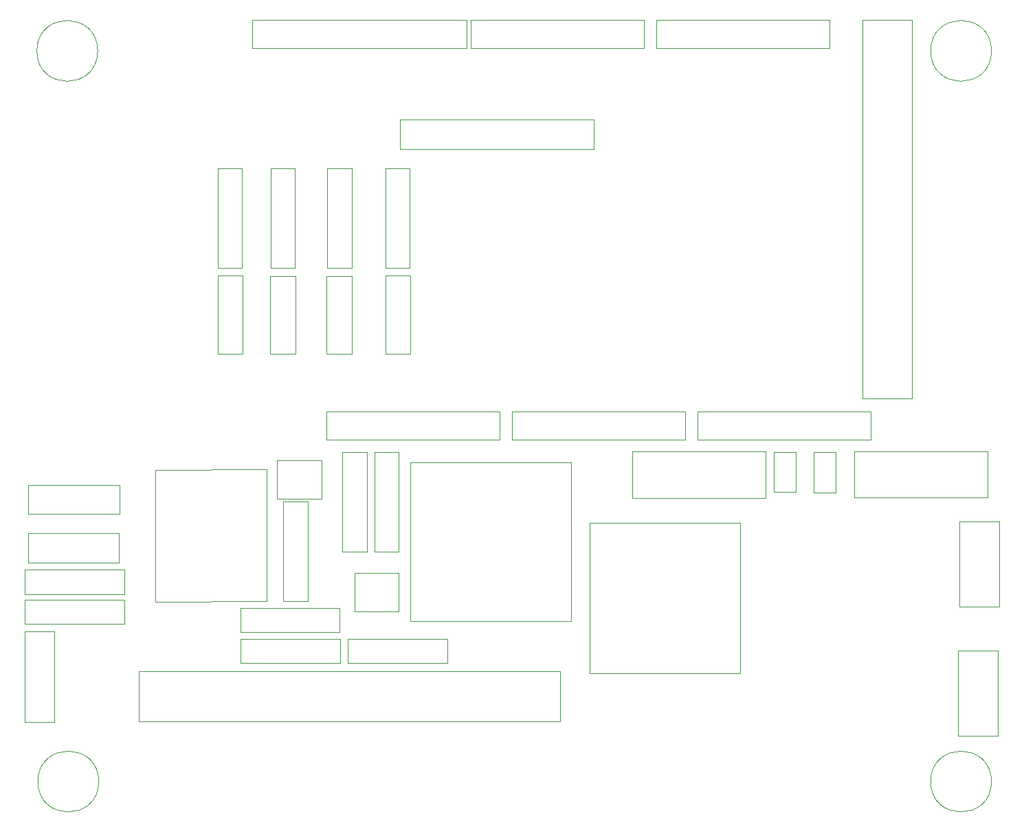
<source format=gbr>
G04 #@! TF.GenerationSoftware,KiCad,Pcbnew,(5.1.5)-3*
G04 #@! TF.CreationDate,2020-03-31T15:59:09-04:00*
G04 #@! TF.ProjectId,Deck_Plate_PCB,4465636b-5f50-46c6-9174-655f5043422e,A*
G04 #@! TF.SameCoordinates,Original*
G04 #@! TF.FileFunction,Other,User*
%FSLAX46Y46*%
G04 Gerber Fmt 4.6, Leading zero omitted, Abs format (unit mm)*
G04 Created by KiCad (PCBNEW (5.1.5)-3) date 2020-03-31 15:59:09*
%MOMM*%
%LPD*%
G04 APERTURE LIST*
%ADD10C,0.050000*%
%ADD11C,0.120000*%
G04 APERTURE END LIST*
D10*
X126696600Y-112708400D02*
X126696600Y-100448400D01*
X123696600Y-112708400D02*
X126696600Y-112708400D01*
X123696600Y-100448400D02*
X123696600Y-112708400D01*
X126696600Y-100448400D02*
X123696600Y-100448400D01*
X125050000Y-65450000D02*
X125050000Y-77710000D01*
X128050000Y-65450000D02*
X125050000Y-65450000D01*
X128050000Y-77710000D02*
X128050000Y-65450000D01*
X125050000Y-77710000D02*
X128050000Y-77710000D01*
X104390000Y-65480000D02*
X104390000Y-77740000D01*
X107390000Y-65480000D02*
X104390000Y-65480000D01*
X107390000Y-77740000D02*
X107390000Y-65480000D01*
X104390000Y-77740000D02*
X107390000Y-77740000D01*
X110900000Y-65480000D02*
X110900000Y-77740000D01*
X113900000Y-65480000D02*
X110900000Y-65480000D01*
X113900000Y-77740000D02*
X113900000Y-65480000D01*
X110900000Y-77740000D02*
X113900000Y-77740000D01*
X125030000Y-78690000D02*
X125030000Y-88290000D01*
X128130000Y-78690000D02*
X125030000Y-78690000D01*
X128130000Y-88290000D02*
X128130000Y-78690000D01*
X125030000Y-88290000D02*
X128130000Y-88290000D01*
X104360000Y-78680000D02*
X104360000Y-88280000D01*
X107460000Y-78680000D02*
X104360000Y-78680000D01*
X107460000Y-88280000D02*
X107460000Y-78680000D01*
X104360000Y-88280000D02*
X107460000Y-88280000D01*
X110870000Y-78710000D02*
X110870000Y-88310000D01*
X113970000Y-78710000D02*
X110870000Y-78710000D01*
X113970000Y-88310000D02*
X113970000Y-78710000D01*
X110870000Y-88310000D02*
X113970000Y-88310000D01*
X94694600Y-127425200D02*
X94694600Y-133575200D01*
X146544600Y-127425200D02*
X94694600Y-127425200D01*
X146544600Y-133575200D02*
X146544600Y-127425200D01*
X94694600Y-133575200D02*
X146544600Y-133575200D01*
X117880000Y-65460000D02*
X117880000Y-77720000D01*
X120880000Y-65460000D02*
X117880000Y-65460000D01*
X120880000Y-77720000D02*
X120880000Y-65460000D01*
X117880000Y-77720000D02*
X120880000Y-77720000D01*
X117800000Y-78710000D02*
X117800000Y-88310000D01*
X120900000Y-78710000D02*
X117800000Y-78710000D01*
X120900000Y-88310000D02*
X120900000Y-78710000D01*
X117800000Y-88310000D02*
X120900000Y-88310000D01*
X80623000Y-133722520D02*
X84223000Y-133722520D01*
X80623000Y-122522520D02*
X80623000Y-133722520D01*
X84223000Y-122522520D02*
X80623000Y-122522520D01*
X84223000Y-133722520D02*
X84223000Y-122522520D01*
X155452200Y-106075600D02*
X171852200Y-106075600D01*
X155452200Y-100375600D02*
X155452200Y-106075600D01*
X171852200Y-100375600D02*
X155452200Y-100375600D01*
X171852200Y-106075600D02*
X171852200Y-100375600D01*
X199208000Y-100324800D02*
X182808000Y-100324800D01*
X199208000Y-106024800D02*
X199208000Y-100324800D01*
X182808000Y-106024800D02*
X199208000Y-106024800D01*
X182808000Y-100324800D02*
X182808000Y-106024800D01*
X126851000Y-59464800D02*
X126851000Y-63064800D01*
X150751000Y-59464800D02*
X126851000Y-59464800D01*
X150751000Y-63064800D02*
X150751000Y-59464800D01*
X126851000Y-63064800D02*
X150751000Y-63064800D01*
X81004000Y-110447680D02*
X81004000Y-114047680D01*
X92204000Y-110447680D02*
X81004000Y-110447680D01*
X92204000Y-114047680D02*
X92204000Y-110447680D01*
X81004000Y-114047680D02*
X92204000Y-114047680D01*
X80636400Y-121603900D02*
X92896400Y-121603900D01*
X80636400Y-118603900D02*
X80636400Y-121603900D01*
X92896400Y-118603900D02*
X80636400Y-118603900D01*
X92896400Y-121603900D02*
X92896400Y-118603900D01*
X80590680Y-117923440D02*
X92850680Y-117923440D01*
X80590680Y-114923440D02*
X80590680Y-117923440D01*
X92850680Y-114923440D02*
X80590680Y-114923440D01*
X92850680Y-117923440D02*
X92850680Y-114923440D01*
X81054800Y-104473600D02*
X81054800Y-108073600D01*
X92254800Y-104473600D02*
X81054800Y-104473600D01*
X92254800Y-108073600D02*
X92254800Y-104473600D01*
X81054800Y-108073600D02*
X92254800Y-108073600D01*
X199711000Y-141020800D02*
G75*
G03X199711000Y-141020800I-3750000J0D01*
G01*
X199711000Y-50977800D02*
G75*
G03X199711000Y-50977800I-3750000J0D01*
G01*
X89729000Y-141020800D02*
G75*
G03X89729000Y-141020800I-3750000J0D01*
G01*
X89602000Y-50977800D02*
G75*
G03X89602000Y-50977800I-3750000J0D01*
G01*
X107179400Y-126417200D02*
X119439400Y-126417200D01*
X107179400Y-123417200D02*
X107179400Y-126417200D01*
X119439400Y-123417200D02*
X107179400Y-123417200D01*
X119439400Y-126417200D02*
X119439400Y-123417200D01*
X107154000Y-122607200D02*
X119414000Y-122607200D01*
X107154000Y-119607200D02*
X107154000Y-122607200D01*
X119414000Y-119607200D02*
X107154000Y-119607200D01*
X119414000Y-122607200D02*
X119414000Y-119607200D01*
X120412800Y-126417200D02*
X132672800Y-126417200D01*
X120412800Y-123417200D02*
X120412800Y-126417200D01*
X132672800Y-123417200D02*
X120412800Y-123417200D01*
X132672800Y-126417200D02*
X132672800Y-123417200D01*
X122759600Y-112683000D02*
X122759600Y-100423000D01*
X119759600Y-112683000D02*
X122759600Y-112683000D01*
X119759600Y-100423000D02*
X119759600Y-112683000D01*
X122759600Y-100423000D02*
X119759600Y-100423000D01*
X112469800Y-106544400D02*
X112469800Y-118804400D01*
X115469800Y-106544400D02*
X112469800Y-106544400D01*
X115469800Y-118804400D02*
X115469800Y-106544400D01*
X112469800Y-118804400D02*
X115469800Y-118804400D01*
X172919400Y-100423000D02*
X172919400Y-105363000D01*
X175619400Y-100423000D02*
X172919400Y-100423000D01*
X175619400Y-105363000D02*
X175619400Y-100423000D01*
X172919400Y-105363000D02*
X175619400Y-105363000D01*
X177847000Y-100448400D02*
X177847000Y-105388400D01*
X180547000Y-100448400D02*
X177847000Y-100448400D01*
X180547000Y-105388400D02*
X180547000Y-100448400D01*
X177847000Y-105388400D02*
X180547000Y-105388400D01*
X200504000Y-135396000D02*
X200504000Y-124896000D01*
X195594000Y-135396000D02*
X200504000Y-135396000D01*
X195594000Y-124896000D02*
X195594000Y-135396000D01*
X200504000Y-124896000D02*
X195594000Y-124896000D01*
X126707400Y-120043800D02*
X121247400Y-120043800D01*
X126707400Y-120043800D02*
X126707400Y-115303800D01*
X121247400Y-115303800D02*
X121247400Y-120043800D01*
X121247400Y-115303800D02*
X126707400Y-115303800D01*
X117182400Y-106175400D02*
X111722400Y-106175400D01*
X117182400Y-106175400D02*
X117182400Y-101435400D01*
X111722400Y-101435400D02*
X111722400Y-106175400D01*
X111722400Y-101435400D02*
X117182400Y-101435400D01*
D11*
X147929600Y-101676200D02*
X147929600Y-121234200D01*
X128117600Y-101676200D02*
X147929600Y-101676200D01*
X128117600Y-121234200D02*
X128117600Y-101676200D01*
X147929600Y-121234200D02*
X128117600Y-121234200D01*
X96672400Y-102590600D02*
X110388400Y-102565200D01*
X96697800Y-118846600D02*
X96672400Y-102590600D01*
X110413800Y-118821200D02*
X96697800Y-118846600D01*
X110388400Y-102565200D02*
X110413800Y-118821200D01*
D10*
X200681800Y-119444800D02*
X200681800Y-108944800D01*
X195771800Y-119444800D02*
X200681800Y-119444800D01*
X195771800Y-108944800D02*
X195771800Y-119444800D01*
X200681800Y-108944800D02*
X195771800Y-108944800D01*
D11*
X168706800Y-109118400D02*
X150164800Y-109118400D01*
X168706800Y-127660400D02*
X168706800Y-109118400D01*
X150164800Y-127660400D02*
X168706800Y-127660400D01*
X150164800Y-109118400D02*
X150164800Y-127660400D01*
D10*
X183822400Y-93825000D02*
X189872400Y-93825000D01*
X183822400Y-47125000D02*
X189872400Y-47125000D01*
X183822400Y-93825000D02*
X183822400Y-47125000D01*
X189872400Y-93825000D02*
X189872400Y-47125000D01*
X117782400Y-95405000D02*
X117782400Y-98905000D01*
X139082400Y-95405000D02*
X139082400Y-98905000D01*
X117782400Y-95405000D02*
X139082400Y-95405000D01*
X117782400Y-98905000D02*
X139082400Y-98905000D01*
X140642400Y-95405000D02*
X140642400Y-98905000D01*
X161942400Y-95405000D02*
X161942400Y-98905000D01*
X140642400Y-95405000D02*
X161942400Y-95405000D01*
X140642400Y-98905000D02*
X161942400Y-98905000D01*
X163502400Y-95405000D02*
X163502400Y-98905000D01*
X184802400Y-95405000D02*
X184802400Y-98905000D01*
X163502400Y-95405000D02*
X184802400Y-95405000D01*
X163502400Y-98905000D02*
X184802400Y-98905000D01*
X108638400Y-47145000D02*
X108638400Y-50645000D01*
X135038400Y-47145000D02*
X135038400Y-50645000D01*
X108638400Y-47145000D02*
X135038400Y-47145000D01*
X108638400Y-50645000D02*
X135038400Y-50645000D01*
X135562400Y-47145000D02*
X135562400Y-50645000D01*
X156862400Y-47145000D02*
X156862400Y-50645000D01*
X135562400Y-47145000D02*
X156862400Y-47145000D01*
X135562400Y-50645000D02*
X156862400Y-50645000D01*
X158422400Y-47145000D02*
X158422400Y-50645000D01*
X179722400Y-47145000D02*
X179722400Y-50645000D01*
X158422400Y-47145000D02*
X179722400Y-47145000D01*
X158422400Y-50645000D02*
X179722400Y-50645000D01*
M02*

</source>
